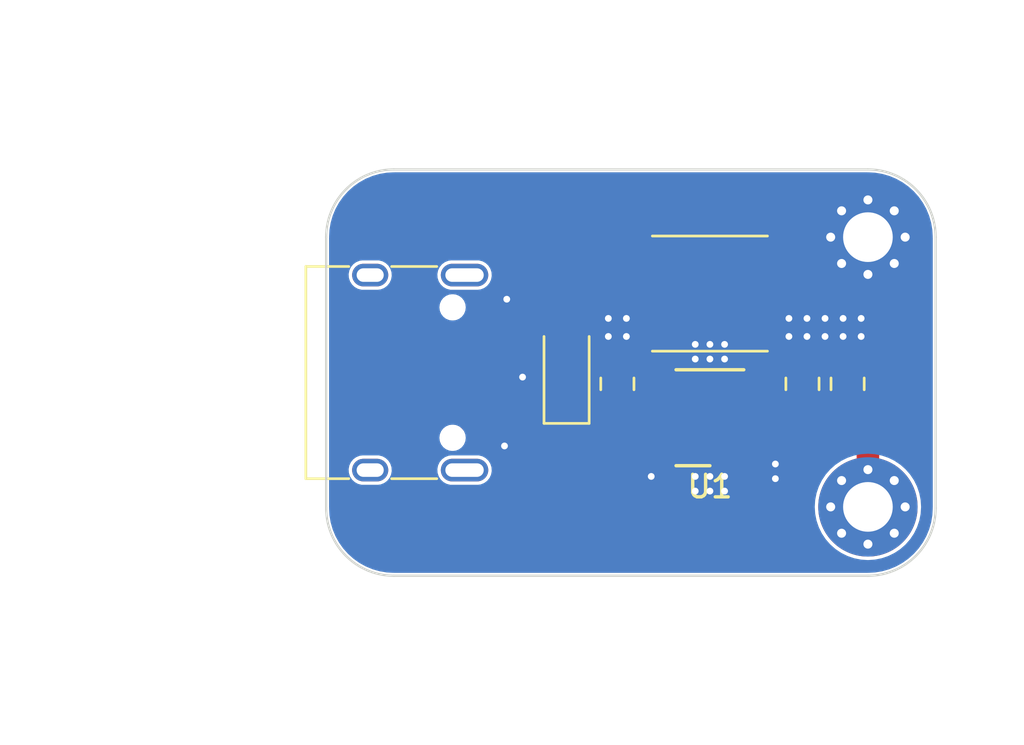
<source format=kicad_pcb>
(kicad_pcb (version 20211014) (generator pcbnew)
  (layers (0 "F.Cu" signal) (31 "B.Cu" signal) (34 "B.Paste" user) (35 "F.Paste" user) (36 "B.SilkS" user "B.Silkscreen") (37 "F.SilkS" user "F.Silkscreen") (38 "B.Mask" user) (39 "F.Mask" user) (44 "Edge.Cuts" user))
  (net 0 "")
  (net 1 "GND")
  (net 2 "/VIN")
  (net 3 "/VINA")
  (net 4 "+3V3")
  (net 5 "VBUS")
  (net 6 "/CC1")
  (net 10 "/CC2")
  (net 15 "/EN")
  (net 16 "/PS")
  (net 17 "/FB")
  (net 19 "/LX2")
  (net 20 "/LX1")
  (footprint "Capacitor_SMD:C_0805_2012Metric" (layer "F.Cu") (at 206.1 79.5 -90)
    (fp_text reference "C3")
    (fp_text value "47u")
    (fp_line (start -0.261252 0.735) (end 0.261252 0.735) (layer "F.SilkS") (width 0.12))
    (fp_line (start -0.261252 -0.735) (end 0.261252 -0.735) (layer "F.SilkS") (width 0.12))
    (pad "1" smd roundrect (at -0.95 0 270) (size 1 1.45) (layers "F.Cu" "F.Paste" "F.Mask") (net 1 "GND"))
    (pad "2" smd roundrect (at 0.95 0 270) (size 1 1.45) (layers "F.Cu" "F.Paste" "F.Mask") (net 4 "+3V3"))
  )
  (footprint "Diode_SMD:D_SOD-123F" (layer "F.Cu") (at 193.65 79.05 90)
    (fp_text reference "D1")
    (fp_text value "D_Schottky_Small")
    (fp_line (start -2.2 -1) (end 1.65 -1) (layer "F.SilkS") (width 0.12))
    (fp_line (start -2.2 -1) (end -2.2 1) (layer "F.SilkS") (width 0.12))
    (fp_line (start -2.2 1) (end 1.65 1) (layer "F.SilkS") (width 0.12))
    (pad "1" smd rect (at -1.4 0 90) (size 1.1 1.1) (layers "F.Cu" "F.Paste" "F.Mask") (net 2 "/VIN"))
    (pad "2" smd rect (at 1.4 0 90) (size 1.1 1.1) (layers "F.Cu" "F.Paste" "F.Mask") (net 5 "VBUS"))
  )
  (footprint "Resistor_SMD:R_0201_0603Metric" (layer "F.Cu") (at 197.4 82.8 -90)
    (fp_text reference "R4")
    (fp_text value "100K")
    (pad "1" smd roundrect (at -0.32 0 270) (size 0.46 0.4) (layers "F.Cu" "F.Mask") (net 16 "/PS"))
    (pad "2" smd roundrect (at 0.32 0 270) (size 0.46 0.4) (layers "F.Cu" "F.Mask") (net 1 "GND"))
  )
  (footprint "Resistor_SMD:R_0201_0603Metric" (layer "F.Cu") (at 197.4 81.3 90)
    (fp_text reference "R3")
    (fp_text value "100K")
    (pad "1" smd roundrect (at -0.32 0 90) (size 0.46 0.4) (layers "F.Cu" "F.Mask") (net 15 "/EN"))
    (pad "2" smd roundrect (at 0.32 0 90) (size 0.46 0.4) (layers "F.Cu" "F.Mask") (net 2 "/VIN"))
  )
  (footprint "Resistor_SMD:R_0201_0603Metric" (layer "F.Cu") (at 191.7 80.33 -90)
    (fp_text reference "R1")
    (fp_text value "100K")
    (pad "1" smd roundrect (at -0.32 0 270) (size 0.46 0.4) (layers "F.Cu" "F.Mask") (net 1 "GND"))
    (pad "2" smd roundrect (at 0.32 0 270) (size 0.46 0.4) (layers "F.Cu" "F.Mask") (net 10 "/CC2"))
  )
  (footprint "Resistor_SMD:R_0201_0603Metric" (layer "F.Cu") (at 191.7 78.145 90)
    (fp_text reference "R2")
    (fp_text value "100K")
    (pad "1" smd roundrect (at -0.32 0 90) (size 0.46 0.4) (layers "F.Cu" "F.Mask") (net 1 "GND"))
    (pad "2" smd roundrect (at 0.32 0 90) (size 0.46 0.4) (layers "F.Cu" "F.Mask") (net 6 "/CC1"))
  )
  (footprint "Resistor_SMD:R_0201_0603Metric" (layer "F.Cu") (at 202.75 82 -90)
    (fp_text reference "R6")
    (fp_text value "100K")
    (pad "1" smd roundrect (at -0.32 0 270) (size 0.46 0.4) (layers "F.Cu" "F.Mask") (net 17 "/FB"))
    (pad "2" smd roundrect (at 0.32 0 270) (size 0.46 0.4) (layers "F.Cu" "F.Mask") (net 1 "GND"))
  )
  (footprint "Capacitor_SMD:C_0805_2012Metric" (layer "F.Cu") (at 195.9 79.5 -90)
    (fp_text reference "C1")
    (fp_text value "47u")
    (fp_line (start -0.261252 -0.735) (end 0.261252 -0.735) (layer "F.SilkS") (width 0.12))
    (fp_line (start -0.261252 0.735) (end 0.261252 0.735) (layer "F.SilkS") (width 0.12))
    (pad "1" smd roundrect (at -0.95 0 270) (size 1 1.45) (layers "F.Cu" "F.Paste" "F.Mask") (net 1 "GND"))
    (pad "2" smd roundrect (at 0.95 0 270) (size 1 1.45) (layers "F.Cu" "F.Paste" "F.Mask") (net 2 "/VIN"))
  )
  (footprint "MountingHole:MountingHole_2.2mm_M2_Pad_Via" (layer "F.Cu") (at 207 73)
    (fp_text reference "H2")
    (fp_text value "MountingHole_Pad")
    (pad "1" thru_hole circle (at 0 0) (size 4.4 4.4) (drill 2.2) (layers *.Cu *.Mask) (net 1 "GND"))
    (pad "1" thru_hole circle (at -1.65 0) (size 0.7 0.7) (drill 0.4) (layers *.Cu *.Mask) (net 1 "GND"))
    (pad "1" thru_hole circle (at 1.166726 1.166726) (size 0.7 0.7) (drill 0.4) (layers *.Cu *.Mask) (net 1 "GND"))
    (pad "1" thru_hole circle (at 1.65 0) (size 0.7 0.7) (drill 0.4) (layers *.Cu *.Mask) (net 1 "GND"))
    (pad "1" thru_hole circle (at -1.166726 1.166726) (size 0.7 0.7) (drill 0.4) (layers *.Cu *.Mask) (net 1 "GND"))
    (pad "1" thru_hole circle (at 0 1.65) (size 0.7 0.7) (drill 0.4) (layers *.Cu *.Mask) (net 1 "GND"))
    (pad "1" thru_hole circle (at -1.166726 -1.166726) (size 0.7 0.7) (drill 0.4) (layers *.Cu *.Mask) (net 1 "GND"))
    (pad "1" thru_hole circle (at 0 -1.65) (size 0.7 0.7) (drill 0.4) (layers *.Cu *.Mask) (net 1 "GND"))
    (pad "1" thru_hole circle (at 1.166726 -1.166726) (size 0.7 0.7) (drill 0.4) (layers *.Cu *.Mask) (net 1 "GND"))
  )
  (footprint "Capacitor_SMD:C_0201_0603Metric" (layer "F.Cu") (at 201.77 83.8)
    (fp_text reference "C2")
    (fp_text value "100n")
    (pad "1" smd roundrect (at -0.32 0) (size 0.46 0.4) (layers "F.Cu" "F.Mask") (net 3 "/VINA"))
    (pad "2" smd roundrect (at 0.32 0) (size 0.46 0.4) (layers "F.Cu" "F.Mask") (net 1 "GND"))
  )
  (footprint "Resistor_SMD:R_0201_0603Metric" (layer "F.Cu") (at 203.955 81.65 180)
    (fp_text reference "R5")
    (fp_text value "560K")
    (pad "1" smd roundrect (at -0.32 0 180) (size 0.46 0.4) (layers "F.Cu" "F.Mask") (net 4 "+3V3"))
    (pad "2" smd roundrect (at 0.32 0 180) (size 0.46 0.4) (layers "F.Cu" "F.Mask") (net 17 "/FB"))
  )
  (footprint "Connector_USB:USB_C_Receptacle_HRO_TYPE-C-31-M-12" (layer "F.Cu") (at 186 79 -90)
    (fp_text reference "J1")
    (fp_text value "USB_C_Receptacle_HRO_TYPE-C-31-M-12")
    (fp_line (start -4.7 3.9) (end 4.7 3.9) (layer "F.SilkS") (width 0.12))
    (fp_line (start -4.7 -1.9) (end -4.7 0.1) (layer "F.SilkS") (width 0.12))
    (fp_line (start 4.7 -1.9) (end 4.7 0.1) (layer "F.SilkS") (width 0.12))
    (fp_line (start -4.7 2) (end -4.7 3.9) (layer "F.SilkS") (width 0.12))
    (fp_line (start 4.7 2) (end 4.7 3.9) (layer "F.SilkS") (width 0.12))
    (pad "" np_thru_hole circle (at 2.89 -2.6 270) (size 0.65 0.65) (drill 0.65) (layers *.Cu *.Mask))
    (pad "" np_thru_hole circle (at -2.89 -2.6 270) (size 0.65 0.65) (drill 0.65) (layers *.Cu *.Mask))
    (pad "A1" smd rect (at -3.25 -4.045 270) (size 0.6 1.45) (layers "F.Cu" "F.Paste" "F.Mask") (net 1 "GND"))
    (pad "A4" smd rect (at -2.45 -4.045 270) (size 0.6 1.45) (layers "F.Cu" "F.Paste" "F.Mask") (net 5 "VBUS"))
    (pad "A5" smd rect (at -1.25 -4.045 270) (size 0.3 1.45) (layers "F.Cu" "F.Paste" "F.Mask") (net 6 "/CC1"))
    (pad "A6" smd rect (at -0.25 -4.045 270) (size 0.3 1.45) (layers "F.Cu" "F.Paste" "F.Mask"))
    (pad "A7" smd rect (at 0.25 -4.045 270) (size 0.3 1.45) (layers "F.Cu" "F.Paste" "F.Mask"))
    (pad "A8" smd rect (at 1.25 -4.045 270) (size 0.3 1.45) (layers "F.Cu" "F.Paste" "F.Mask"))
    (pad "A9" smd rect (at 2.45 -4.045 270) (size 0.6 1.45) (layers "F.Cu" "F.Paste" "F.Mask") (net 5 "VBUS"))
    (pad "A12" smd rect (at 3.25 -4.045 270) (size 0.6 1.45) (layers "F.Cu" "F.Paste" "F.Mask") (net 1 "GND"))
    (pad "B1" smd rect (at 3.25 -4.045 270) (size 0.6 1.45) (layers "F.Cu" "F.Paste" "F.Mask") (net 1 "GND"))
    (pad "B4" smd rect (at 2.45 -4.045 270) (size 0.6 1.45) (layers "F.Cu" "F.Paste" "F.Mask") (net 5 "VBUS"))
    (pad "B5" smd rect (at 1.75 -4.045 270) (size 0.3 1.45) (layers "F.Cu" "F.Paste" "F.Mask") (net 10 "/CC2"))
    (pad "B6" smd rect (at 0.75 -4.045 270) (size 0.3 1.45) (layers "F.Cu" "F.Paste" "F.Mask"))
    (pad "B7" smd rect (at -0.75 -4.045 270) (size 0.3 1.45) (layers "F.Cu" "F.Paste" "F.Mask"))
    (pad "B8" smd rect (at -1.75 -4.045 270) (size 0.3 1.45) (layers "F.Cu" "F.Paste" "F.Mask"))
    (pad "B9" smd rect (at -2.45 -4.045 270) (size 0.6 1.45) (layers "F.Cu" "F.Paste" "F.Mask") (net 5 "VBUS"))
    (pad "B12" smd rect (at -3.25 -4.045 270) (size 0.6 1.45) (layers "F.Cu" "F.Paste" "F.Mask") (net 1 "GND"))
    (pad "S1" thru_hole oval (at 4.32 -3.13 270) (size 1 2.1) (drill oval 0.6 1.7) (layers *.Cu *.Mask))
    (pad "S1" thru_hole oval (at 4.32 1.05 270) (size 1 1.6) (drill oval 0.6 1.2) (layers *.Cu *.Mask))
    (pad "S1" thru_hole oval (at -4.32 -3.13 270) (size 1 2.1) (drill oval 0.6 1.7) (layers *.Cu *.Mask))
    (pad "S1" thru_hole oval (at -4.32 1.05 270) (size 1 1.6) (drill oval 0.6 1.2) (layers *.Cu *.Mask))
  )
  (footprint "Inductor_SMD:L_Taiyo-Yuden_NR-50xx" (layer "F.Cu") (at 200 75.5)
    (fp_text reference "L1")
    (fp_text value "L_Small")
    (fp_line (start -2.55 -2.55) (end 2.55 -2.55) (layer "F.SilkS") (width 0.12))
    (fp_line (start -2.55 2.55) (end 2.55 2.55) (layer "F.SilkS") (width 0.12))
    (pad "1" smd rect (at -1.8 0) (size 1.5 4) (layers "F.Cu" "F.Paste" "F.Mask") (net 20 "/LX1"))
    (pad "2" smd rect (at 1.8 0) (size 1.5 4) (layers "F.Cu" "F.Paste" "F.Mask") (net 19 "/LX2"))
  )
  (footprint "MountingHole:MountingHole_2.2mm_M2_Pad_Via" (layer "F.Cu") (at 207 84.95)
    (fp_text reference "H1")
    (fp_text value "MountingHole_Pad")
    (pad "1" thru_hole circle (at 1.166726 1.166726) (size 0.7 0.7) (drill 0.4) (layers *.Cu *.Mask) (net 4 "+3V3"))
    (pad "1" thru_hole circle (at 1.65 0) (size 0.7 0.7) (drill 0.4) (layers *.Cu *.Mask) (net 4 "+3V3"))
    (pad "1" thru_hole circle (at 0 1.65) (size 0.7 0.7) (drill 0.4) (layers *.Cu *.Mask) (net 4 "+3V3"))
    (pad "1" thru_hole circle (at -1.166726 1.166726) (size 0.7 0.7) (drill 0.4) (layers *.Cu *.Mask) (net 4 "+3V3"))
    (pad "1" thru_hole circle (at 0 0) (size 4.4 4.4) (drill 2.2) (layers *.Cu *.Mask) (net 4 "+3V3"))
    (pad "1" thru_hole circle (at -1.166726 -1.166726) (size 0.7 0.7) (drill 0.4) (layers *.Cu *.Mask) (net 4 "+3V3"))
    (pad "1" thru_hole circle (at 1.166726 -1.166726) (size 0.7 0.7) (drill 0.4) (layers *.Cu *.Mask) (net 4 "+3V3"))
    (pad "1" thru_hole circle (at -1.65 0) (size 0.7 0.7) (drill 0.4) (layers *.Cu *.Mask) (net 4 "+3V3"))
    (pad "1" thru_hole circle (at 0 -1.65) (size 0.7 0.7) (drill 0.4) (layers *.Cu *.Mask) (net 4 "+3V3"))
  )
  (footprint "Package_DFN_QFN:DFN-14-1EP_3x4mm_P0.5mm_EP1.7x3.3mm" (layer "F.Cu") (at 200 81 180)
    (fp_text reference "U1" (at 0 -3.05) (layer "F.SilkS"))
    (fp_text value "RT6154AGQW")
    (fp_line (start -1.5 2.125) (end 1.5 2.125) (layer "F.SilkS") (width 0.15))
    (fp_line (start 0 -2.125) (end 1.5 -2.125) (layer "F.SilkS") (width 0.15))
    (pad "1" smd rect (at -1.45 -1.5 180) (size 0.7 0.25) (layers "F.Cu" "F.Paste" "F.Mask") (net 3 "/VINA"))
    (pad "2" smd rect (at -1.45 -1 180) (size 0.7 0.25) (layers "F.Cu" "F.Paste" "F.Mask") (net 1 "GND"))
    (pad "3" smd rect (at -1.45 -0.5 180) (size 0.7 0.25) (layers "F.Cu" "F.Paste" "F.Mask") (net 17 "/FB"))
    (pad "4" smd rect (at -1.45 0 180) (size 0.7 0.25) (layers "F.Cu" "F.Paste" "F.Mask") (net 4 "+3V3"))
    (pad "5" smd rect (at -1.45 0.5 180) (size 0.7 0.25) (layers "F.Cu" "F.Paste" "F.Mask") (net 4 "+3V3"))
    (pad "6" smd rect (at -1.45 1 180) (size 0.7 0.25) (layers "F.Cu" "F.Paste" "F.Mask") (net 19 "/LX2"))
    (pad "7" smd rect (at -1.45 1.5 180) (size 0.7 0.25) (layers "F.Cu" "F.Paste" "F.Mask") (net 19 "/LX2"))
    (pad "8" smd rect (at 1.45 1.5 180) (size 0.7 0.25) (layers "F.Cu" "F.Paste" "F.Mask") (net 20 "/LX1"))
    (pad "9" smd rect (at 1.45 1 180) (size 0.7 0.25) (layers "F.Cu" "F.Paste" "F.Mask") (net 20 "/LX1"))
    (pad "10" smd rect (at 1.45 0.5 180) (size 0.7 0.25) (layers "F.Cu" "F.Paste" "F.Mask") (net 2 "/VIN"))
    (pad "11" smd rect (at 1.45 0 180) (size 0.7 0.25) (layers "F.Cu" "F.Paste" "F.Mask") (net 2 "/VIN"))
    (pad "12" smd rect (at 1.45 -0.5 180) (size 0.7 0.25) (layers "F.Cu" "F.Paste" "F.Mask") (net 15 "/EN"))
    (pad "13" smd rect (at 1.45 -1 180) (size 0.7 0.25) (layers "F.Cu" "F.Paste" "F.Mask") (net 16 "/PS"))
    (pad "14" smd rect (at 1.45 -1.5 180) (size 0.7 0.25) (layers "F.Cu" "F.Paste" "F.Mask"))
    (pad "15" smd rect (at 0 0 180) (size 1.7 3.3) (layers "F.Cu" "F.Mask") (net 1 "GND"))
  )
  (footprint "Capacitor_SMD:C_0805_2012Metric" (layer "F.Cu") (at 204.1 79.5 90)
    (fp_text reference "C4")
    (fp_text value "47u")
    (fp_line (start -0.261252 -0.735) (end 0.261252 -0.735) (layer "F.SilkS") (width 0.12))
    (fp_line (start -0.261252 0.735) (end 0.261252 0.735) (layer "F.SilkS") (width 0.12))
    (pad "1" smd roundrect (at -0.95 0 90) (size 1 1.45) (layers "F.Cu" "F.Paste" "F.Mask") (net 4 "+3V3"))
    (pad "2" smd roundrect (at 0.95 0 90) (size 1 1.45) (layers "F.Cu" "F.Paste" "F.Mask") (net 1 "GND"))
  )
  (gr_arc (start 207 70) (mid 209.12132 70.87868) (end 210 73) (layer "Edge.Cuts") (width 0.1))
  (gr_line (start 183 85) (end 183 73) (layer "Edge.Cuts") (width 0.1))
  (gr_line (start 186 70) (end 207 70) (layer "Edge.Cuts") (width 0.1))
  (gr_line (start 207 88) (end 186 88) (layer "Edge.Cuts") (width 0.1))
  (gr_arc (start 210 85) (mid 209.12132 87.12132) (end 207 88) (layer "Edge.Cuts") (width 0.1))
  (gr_line (start 210 73) (end 210 85) (layer "Edge.Cuts") (width 0.1))
  (gr_arc (start 183 73) (mid 183.87868 70.87868) (end 186 70) (layer "Edge.Cuts") (width 0.1))
  (gr_arc (start 186 88) (mid 183.87868 87.12132) (end 183 85) (layer "Edge.Cuts") (width 0.1))
  (segment (start 191.7 79.2) (end 191.7 80.01) (width 0.4) (layer "F.Cu") (net 1))
  (segment (start 190.045 82.25) (end 190.9 82.25) (width 0.5) (layer "F.Cu") (net 1))
  (segment (start 190.045 75.75) (end 191 75.75) (width 0.5) (layer "F.Cu") (net 1))
  (segment (start 191.7 78.465) (end 191.7 79.2) (width 0.4) (layer "F.Cu") (net 1))
  (segment (start 202.124511 83.765489) (end 202.09 83.8) (width 0.25) (layer "F.Cu") (net 1))
  (segment (start 197.4 83.12) (end 197.4 83.6) (width 0.4) (layer "F.Cu") (net 1))
  (via (at 204.3 77.4) (size 0.5) (drill 0.3) (layers "F.Cu" "B.Cu") (net 1))
  (via (at 199.35 78.4) (size 0.5) (drill 0.3) (layers "F.Cu" "B.Cu") (net 1))
  (via (at 199.35 83.6) (size 0.5) (drill 0.3) (layers "F.Cu" "B.Cu") (net 1))
  (via (at 200.65 77.75) (size 0.5) (drill 0.3) (layers "F.Cu" "B.Cu") (net 1))
  (via (at 204.3 76.6) (size 0.5) (drill 0.3) (layers "F.Cu" "B.Cu") (net 1))
  (via (at 199.35 84.25) (size 0.5) (drill 0.3) (layers "F.Cu" "B.Cu") (net 1))
  (via (at 196.3 77.4) (size 0.5) (drill 0.3) (layers "F.Cu" "B.Cu") (net 1))
  (via (at 202.9 83.7) (size 0.5) (drill 0.3) (layers "F.Cu" "B.Cu") (net 1))
  (via (at 199.35 77.75) (size 0.5) (drill 0.3) (layers "F.Cu" "B.Cu") (net 1))
  (via (at 206.7 76.6) (size 0.5) (drill 0.3) (layers "F.Cu" "B.Cu") (net 1))
  (via (at 205.1 76.6) (size 0.5) (drill 0.3) (layers "F.Cu" "B.Cu") (net 1))
  (via (at 197.4 83.6) (size 0.5) (drill 0.3) (layers "F.Cu" "B.Cu") (net 1))
  (via (at 202.9 83.05) (size 0.5) (drill 0.3) (layers "F.Cu" "B.Cu") (net 1))
  (via (at 200 78.4) (size 0.5) (drill 0.3) (layers "F.Cu" "B.Cu") (net 1))
  (via (at 196.3 76.6) (size 0.5) (drill 0.3) (layers "F.Cu" "B.Cu") (net 1))
  (via (at 200.65 84.25) (size 0.5) (drill 0.3) (layers "F.Cu" "B.Cu") (net 1))
  (via (at 195.5 76.6) (size 0.5) (drill 0.3) (layers "F.Cu" "B.Cu") (net 1))
  (via (at 200 77.75) (size 0.5) (drill 0.3) (layers "F.Cu" "B.Cu") (net 1))
  (via (at 200 83.6) (size 0.5) (drill 0.3) (layers "F.Cu" "B.Cu") (net 1))
  (via (at 205.9 76.6) (size 0.5) (drill 0.3) (layers "F.Cu" "B.Cu") (net 1))
  (via (at 190.9 82.25) (size 0.5) (drill 0.3) (layers "F.Cu" "B.Cu") (net 1))
  (via (at 206.7 77.4) (size 0.5) (drill 0.3) (layers "F.Cu" "B.Cu") (net 1))
  (via (at 200.65 78.4) (size 0.5) (drill 0.3) (layers "F.Cu" "B.Cu") (net 1))
  (via (at 191.7 79.2) (size 0.5) (drill 0.3) (layers "F.Cu" "B.Cu") (net 1))
  (via (at 203.5 76.6) (size 0.5) (drill 0.3) (layers "F.Cu" "B.Cu") (net 1))
  (via (at 203.5 77.4) (size 0.5) (drill 0.3) (layers "F.Cu" "B.Cu") (net 1))
  (via (at 205.1 77.4) (size 0.5) (drill 0.3) (layers "F.Cu" "B.Cu") (net 1))
  (via (at 191 75.75) (size 0.5) (drill 0.3) (layers "F.Cu" "B.Cu") (net 1))
  (via (at 200.65 83.6) (size 0.5) (drill 0.3) (layers "F.Cu" "B.Cu") (net 1))
  (via (at 200 84.25) (size 0.5) (drill 0.3) (layers "F.Cu" "B.Cu") (net 1))
  (via (at 205.9 77.4) (size 0.5) (drill 0.3) (layers "F.Cu" "B.Cu") (net 1))
  (via (at 195.5 77.4) (size 0.5) (drill 0.3) (layers "F.Cu" "B.Cu") (net 1))
  (segment (start 204.1 80.45) (end 204.275 80.625) (width 0.4) (layer "F.Cu") (net 4))
  (segment (start 207 84.95) (end 207 81.35) (width 1) (layer "F.Cu") (net 4))
  (segment (start 207 81.35) (end 206.1 80.45) (width 1) (layer "F.Cu") (net 4))
  (segment (start 188.95 81.139004) (end 188.95 76.95) (width 0.4) (layer "F.Cu") (net 5))
  (segment (start 190.045 81.45) (end 189.260996 81.45) (width 0.4) (layer "F.Cu") (net 5))
  (segment (start 189.260996 81.45) (end 188.95 81.139004) (width 0.4) (layer "F.Cu") (net 5))
  (segment (start 188.95 76.95) (end 189.35 76.55) (width 0.4) (layer "F.Cu") (net 5))
  (segment (start 189.35 76.55) (end 190.045 76.55) (width 0.4) (layer "F.Cu") (net 5))
  (segment (start 191.625 77.75) (end 191.7 77.825) (width 0.3) (layer "F.Cu") (net 6))
  (segment (start 190.045 77.75) (end 191.625 77.75) (width 0.3) (layer "F.Cu") (net 6))
  (segment (start 190.045 80.75) (end 191.6 80.75) (width 0.3) (layer "F.Cu") (net 10))
  (segment (start 191.6 80.75) (end 191.7 80.65) (width 0.3) (layer "F.Cu") (net 10))
  (segment (start 197.52 81.5) (end 197.4 81.62) (width 0.25) (layer "F.Cu") (net 15))
  (segment (start 198.55 81.5) (end 197.52 81.5) (width 0.25) (layer "F.Cu") (net 15))
  (segment (start 197.88 82) (end 197.4 82.48) (width 0.25) (layer "F.Cu") (net 16))
  (segment (start 198.55 82) (end 197.88 82) (width 0.25) (layer "F.Cu") (net 16))
  (zone (net 20) (net_name "/LX1") (layer "F.Cu") (priority 1) (connect_pads yes (clearance 0.127)) (min_thickness 0.127) (fill yes (thermal_gap 0.254) (thermal_bridge_width 0.254) (smoothing fillet) (radius 0.1))
    (polygon (pts (xy 197.4 78.7) (xy 198.15 80.175) (xy 198.9 80.175) (xy 198.9 73.45) (xy 197.4 73.45)))
  )
  (zone (net 17) (net_name "/FB") (layer "F.Cu") (connect_pads yes (clearance 0.127)) (min_thickness 0.127) (fill yes (thermal_gap 0.254) (thermal_bridge_width 0.254) (smoothing fillet) (radius 0.1))
    (polygon (pts (xy 203.925 81.825) (xy 201.1 81.825) (xy 201.1 81.375) (xy 203.925 81.375)))
  )
  (zone (net 5) (net_name "VBUS") (layer "F.Cu") (connect_pads yes (clearance 0.127)) (min_thickness 0.127) (fill yes (thermal_gap 0.254) (thermal_bridge_width 0.254) (smoothing fillet) (radius 0.1))
    (polygon (pts (xy 194.35 78.35) (xy 192.95 78.35) (xy 191.7 76.85) (xy 189.325 76.85) (xy 189.325 76.25) (xy 194.35 76.25)))
  )
  (zone (net 1) (net_name "GND") (layer "F.Cu") (priority 1) (connect_pads yes (clearance 0.127)) (min_thickness 0.127) (fill yes (thermal_gap 0.254) (thermal_bridge_width 0.254) (smoothing fillet) (radius 0.1))
    (polygon (pts (xy 202.75 81.875) (xy 202.75 82.15) (xy 203.2 82.15) (xy 203.2 84) (xy 201.1 84) (xy 201.1 81.875)))
  )
  (zone (net 1) (net_name "GND") (layer "F.Cu") (connect_pads yes (clearance 0.127)) (min_thickness 0.127) (fill yes (thermal_gap 0.254) (thermal_bridge_width 0.254) (smoothing fillet) (radius 0.1))
    (polygon (pts (xy 196.9 79.3) (xy 194.9 79.3) (xy 194.9 76.2) (xy 196.9 76.2)))
  )
  (zone (net 4) (net_name "+3V3") (layer "F.Cu") (connect_pads yes (clearance 0.127)) (min_thickness 0.127) (fill yes (thermal_gap 0.254) (thermal_bridge_width 0.254) (smoothing fillet) (radius 0.1))
    (polygon (pts (xy 207.075 81.175) (xy 204.5 81.175) (xy 204.5 81.85) (xy 204.05 81.85) (xy 204.05 81.175) (xy 201.1 81.175) (xy 201.1 79.7) (xy 207.075 79.7)))
  )
  (zone (net 2) (net_name "/VIN") (layer "F.Cu") (connect_pads yes (clearance 0.127)) (min_thickness 0.127) (fill yes (thermal_gap 0.254) (thermal_bridge_width 0.254) (smoothing fillet) (radius 0.1))
    (polygon (pts (xy 198.9 81.175) (xy 192.925 81.175) (xy 192.925 79.7) (xy 198.9 79.7)))
  )
  (zone (net 1) (net_name "GND") (layer "F.Cu") (connect_pads yes (clearance 0.127)) (min_thickness 0.127) (fill yes (thermal_gap 0.254) (thermal_bridge_width 0.254) (smoothing fillet) (radius 0.1))
    (polygon (pts (xy 207.1 79.3) (xy 203.1 79.3) (xy 203.1 76.2) (xy 207.1 76.2)))
  )
  (zone (net 19) (net_name "/LX2") (layer "F.Cu") (priority 1) (connect_pads yes (clearance 0.127)) (min_thickness 0.127) (fill yes (thermal_gap 0.254) (thermal_bridge_width 0.254) (smoothing fillet) (radius 0.1))
    (polygon (pts (xy 202.6 78.7) (xy 201.85 80.175) (xy 201.1 80.175) (xy 201.1 73.45) (xy 202.6 73.45)))
  )
  (zone (net 3) (net_name "/VINA") (layer "F.Cu") (priority 2) (connect_pads yes (clearance 0.127)) (min_thickness 0.127) (fill yes (thermal_gap 0.254) (thermal_bridge_width 0.254) (smoothing fillet) (radius 0.1))
    (polygon (pts (xy 201.8 84) (xy 201.1 84) (xy 201.1 82.375) (xy 201.8 82.375)))
  )
  (zone (net 1) (net_name "GND") (layer "F.Cu") (connect_pads yes (clearance 0.127)) (min_thickness 0.127) (fill yes (thermal_gap 0.254) (thermal_bridge_width 0.254) (smoothing fillet) (radius 0.1))
    (polygon (pts (xy 200.9 84.5) (xy 199.1 84.5) (xy 199.1 77.5) (xy 200.9 77.5)))
  )
  (zone (net 1) (net_name "GND") (layer "B.Cu") (connect_pads yes (clearance 0.127)) (min_thickness 0.127) (fill yes (thermal_gap 0.254) (thermal_bridge_width 0.254) (smoothing fillet) (radius 0.1))
    (polygon (pts (xy 211 90) (xy 168.55 90) (xy 168.55 68) (xy 211 68)))
  )
)
</source>
